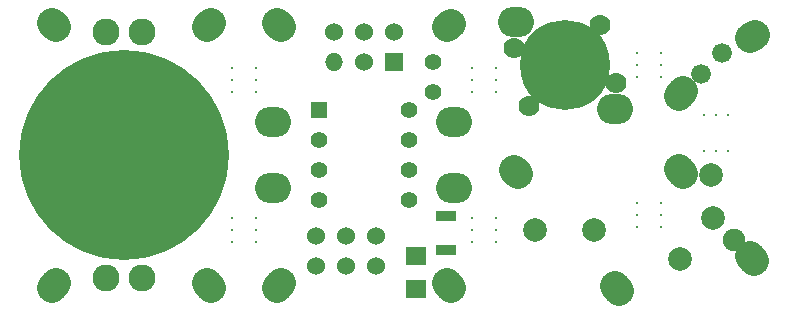
<source format=gts>
G04 #@! TF.FileFunction,Soldermask,Top*
%FSLAX46Y46*%
G04 Gerber Fmt 4.6, Leading zero omitted, Abs format (unit mm)*
G04 Created by KiCad (PCBNEW (2015-08-15 BZR 6092)-product) date 11/30/2015 7:36:40 PM*
%MOMM*%
G01*
G04 APERTURE LIST*
%ADD10C,0.100000*%
%ADD11C,1.998980*%
%ADD12C,1.524000*%
%ADD13R,1.524000X1.524000*%
%ADD14O,1.524000X1.524000*%
%ADD15C,2.286000*%
%ADD16C,17.780000*%
%ADD17R,1.397000X1.397000*%
%ADD18C,1.397000*%
%ADD19C,2.000000*%
%ADD20C,1.900000*%
%ADD21C,1.676400*%
%ADD22C,2.540000*%
%ADD23O,3.048000X2.540000*%
%ADD24C,0.330200*%
%ADD25C,1.778000*%
%ADD26C,7.620000*%
%ADD27R,1.800860X1.597660*%
%ADD28R,1.700000X0.900000*%
G04 APERTURE END LIST*
D10*
D11*
X169959097Y-98654771D03*
X167352903Y-105815229D03*
D12*
X143129000Y-86614000D03*
D13*
X143129000Y-89154000D03*
D12*
X140589000Y-86614000D03*
X140589000Y-89154000D03*
X138049000Y-86614000D03*
D14*
X138049000Y-89154000D03*
D15*
X118745000Y-86614000D03*
X118745000Y-107442000D03*
X121793000Y-86614000D03*
X121793000Y-107442000D03*
D16*
X120269000Y-97028000D03*
D17*
X136779000Y-93218000D03*
D18*
X136779000Y-95758000D03*
X136779000Y-98298000D03*
X136779000Y-100838000D03*
X144399000Y-100838000D03*
X144399000Y-98298000D03*
X144399000Y-95758000D03*
X144399000Y-93218000D03*
X146431000Y-89154000D03*
X146431000Y-91694000D03*
D19*
X170180000Y-102362000D03*
D20*
X171976051Y-104158051D03*
D21*
X169154974Y-90179026D03*
X170951026Y-88382974D03*
D22*
X127649131Y-85837869D02*
X127289921Y-86197079D01*
D23*
X132918200Y-94234000D03*
D22*
X114158869Y-85837869D02*
X114518079Y-86197079D01*
D23*
X148259800Y-99822000D03*
D22*
X173685743Y-86801486D02*
X173269613Y-87092862D01*
X167244869Y-91962131D02*
X167604079Y-91602921D01*
X133244810Y-108251065D02*
X133571346Y-107861915D01*
X147933190Y-108251065D02*
X147606654Y-107861915D01*
D23*
X148259800Y-94234000D03*
D22*
X148002065Y-85873810D02*
X147612915Y-86200346D01*
X133244810Y-85804935D02*
X133571346Y-86194085D01*
D23*
X132918200Y-99822000D03*
D22*
X114158869Y-108218131D02*
X114518079Y-107858921D01*
X127649131Y-108218131D02*
X127289921Y-107858921D01*
X153274869Y-98283869D02*
X153634079Y-98643079D01*
X162193131Y-108472131D02*
X161833921Y-108112921D01*
D12*
X136525000Y-106426000D03*
X139065000Y-106426000D03*
X141605000Y-106426000D03*
X141605000Y-103886000D03*
X139065000Y-103886000D03*
X136525000Y-103886000D03*
D23*
X161848800Y-93091000D03*
X153492200Y-85725000D03*
D22*
X173623131Y-105932131D02*
X173263921Y-105572921D01*
X167319486Y-98221257D02*
X167610862Y-98637387D01*
D24*
X129413000Y-91694000D03*
X129413000Y-89662000D03*
X129413000Y-90678000D03*
X131445000Y-91694000D03*
X131445000Y-89662000D03*
X131445000Y-90678000D03*
X129413000Y-104394000D03*
X129413000Y-102362000D03*
X129413000Y-103378000D03*
X131445000Y-104394000D03*
X131445000Y-102362000D03*
X131445000Y-103378000D03*
X149733000Y-104394000D03*
X149733000Y-102362000D03*
X149733000Y-103378000D03*
X151765000Y-104394000D03*
X151765000Y-102362000D03*
X151765000Y-103378000D03*
X163703000Y-103124000D03*
X163703000Y-101092000D03*
X163703000Y-102108000D03*
X165735000Y-90424000D03*
X165735000Y-88392000D03*
X165735000Y-89408000D03*
X163703000Y-90424000D03*
X163703000Y-88392000D03*
X163703000Y-89408000D03*
X165735000Y-103124000D03*
X165735000Y-101092000D03*
X165735000Y-102108000D03*
X149733000Y-91694000D03*
X149733000Y-89662000D03*
X149733000Y-90678000D03*
X151765000Y-91694000D03*
X151765000Y-89662000D03*
X151765000Y-90678000D03*
X171450000Y-96647000D03*
X169418000Y-96647000D03*
X170434000Y-96647000D03*
X171450000Y-93599000D03*
X169418000Y-93599000D03*
X170434000Y-93599000D03*
D25*
X154584223Y-92847552D03*
X153269422Y-87940649D03*
X161944578Y-90875351D03*
X160629777Y-85968448D03*
D26*
X157607000Y-89408000D03*
D19*
X160107000Y-103378000D03*
X155107000Y-103378000D03*
D27*
X145034000Y-108353860D03*
X145034000Y-105514140D03*
D28*
X147574000Y-102182000D03*
X147574000Y-105082000D03*
M02*

</source>
